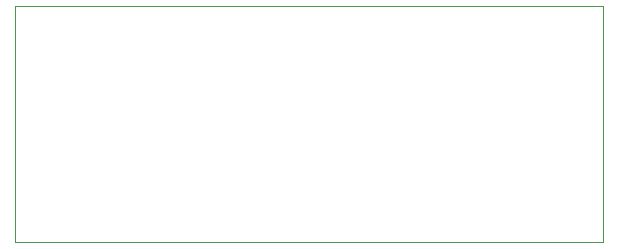
<source format=gbr>
%TF.GenerationSoftware,Altium Limited,Altium Designer,19.0.15 (446)*%
G04 Layer_Color=16711935*
%FSLAX26Y26*%
%MOIN*%
%TF.FileFunction,Other,Mechanical_1*%
%TF.Part,Single*%
G01*
G75*
%TA.AperFunction,NonConductor*%
%ADD123C,0.003937*%
D123*
X1958661Y-0D02*
Y787402D01*
X-0Y0D02*
X1958661Y0D01*
X-0Y787402D02*
X1958661Y787402D01*
X-0Y0D02*
Y787402D01*
%TF.MD5,f0f1b722874a26b3edb7763606fcd307*%
M02*

</source>
